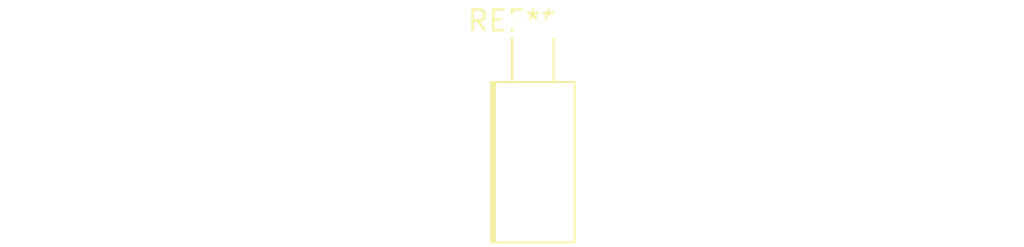
<source format=kicad_pcb>
(kicad_pcb (version 20240108) (generator pcbnew)
  (layers (0 "F.Cu" signal) (31 "B.Cu" signal) (34 "B.Paste" user) (35 "F.Paste" user) (36 "B.SilkS" user "B.Silkscreen") (37 "F.SilkS" user "F.Silkscreen") (38 "B.Mask" user) (39 "F.Mask" user) (44 "Edge.Cuts" user))
  (net 0 "")
  (footprint "LED_Rectangular_W5.0mm_H2.0mm_Horizontal_O3.81mm_Z3.0mm" (layer "F.Cu") (at 0 0)
    (property "Reference" "REF**")
    (property "Value" "LED_Rectangular_W5.0mm_H2.0mm_Horizontal_O3.81mm_Z3.0mm")
    (fp_line (start -1.29 3.75) (end -1.29 13.57) (layer "F.SilkS") (stroke (width 0.12)))
    (fp_line (start -1.29 13.57) (end 3.83 13.57) (layer "F.SilkS") (stroke (width 0.12)))
    (fp_line (start -1.17 3.75) (end -1.17 13.57) (layer "F.SilkS") (stroke (width 0.12)))
    (fp_line (start -1.05 3.75) (end -1.05 13.57) (layer "F.SilkS") (stroke (width 0.12)))
    (fp_line (start 0 1.08) (end 0 1.08) (layer "F.SilkS") (stroke (width 0.12)))
    (fp_line (start 0 1.08) (end 0 3.75) (layer "F.SilkS") (stroke (width 0.12)))
    (fp_line (start 0 3.75) (end 0 1.08) (layer "F.SilkS") (stroke (width 0.12)))
    (fp_line (start 0 3.75) (end 0 3.75) (layer "F.SilkS") (stroke (width 0.12)))
    (fp_line (start 2.54 1.08) (end 2.54 1.08) (layer "F.SilkS") (stroke (width 0.12)))
    (fp_line (start 2.54 1.08) (end 2.54 3.75) (layer "F.SilkS") (stroke (width 0.12)))
    (fp_line (start 2.54 3.75) (end 2.54 1.08) (layer "F.SilkS") (stroke (width 0.12)))
    (fp_line (start 2.54 3.75) (end 2.54 3.75) (layer "F.SilkS") (stroke (width 0.12)))
    (fp_line (start 3.83 3.75) (end -1.29 3.75) (layer "F.SilkS") (stroke (width 0.12)))
    (fp_line (start 3.83 13.57) (end 3.83 3.75) (layer "F.SilkS") (stroke (width 0.12)))
    (pad "1" thru_hole rect (at 0 0) (size 1.8 1.8) (drill 0.9) (layers *.Cu *.Mask) (remove_unused_layers))
    (pad "2" thru_hole circle (at 2.54 0) (size 1.8 1.8) (drill 0.9) (layers *.Cu *.Mask) (remove_unused_layers))
  )
)
</source>
